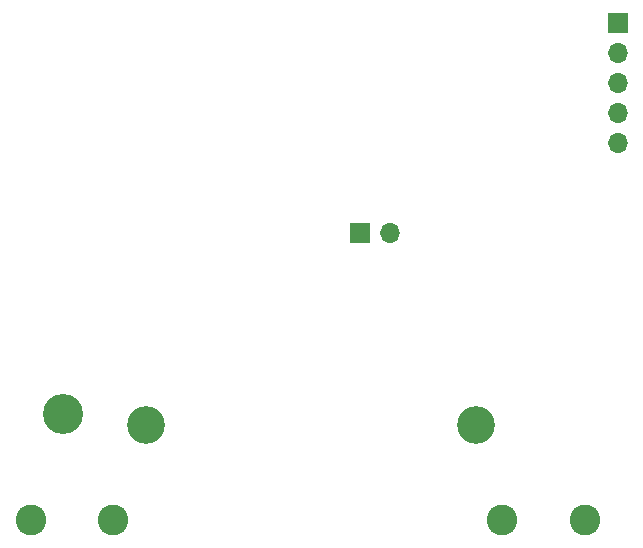
<source format=gbs>
%TF.GenerationSoftware,KiCad,Pcbnew,7.0.10*%
%TF.CreationDate,2025-01-21T12:55:57-05:00*%
%TF.ProjectId,PostAlertMailBoxV6,506f7374-416c-4657-9274-4d61696c426f,V4.0*%
%TF.SameCoordinates,Original*%
%TF.FileFunction,Soldermask,Bot*%
%TF.FilePolarity,Negative*%
%FSLAX46Y46*%
G04 Gerber Fmt 4.6, Leading zero omitted, Abs format (unit mm)*
G04 Created by KiCad (PCBNEW 7.0.10) date 2025-01-21 12:55:57*
%MOMM*%
%LPD*%
G01*
G04 APERTURE LIST*
%ADD10C,3.200000*%
%ADD11R,1.700000X1.700000*%
%ADD12O,1.700000X1.700000*%
%ADD13C,2.600000*%
%ADD14C,3.400000*%
G04 APERTURE END LIST*
D10*
%TO.C,REF\u002A\u002A*%
X163540000Y-108530000D03*
%TD*%
D11*
%TO.C,J1*%
X175514000Y-74422000D03*
D12*
X175514000Y-76962000D03*
X175514000Y-79502000D03*
X175514000Y-82042000D03*
X175514000Y-84582000D03*
%TD*%
D13*
%TO.C,J2*%
X172700000Y-116500000D03*
X165700000Y-116500000D03*
%TD*%
D11*
%TO.C,SW1*%
X153665000Y-92202000D03*
D12*
X156205000Y-92202000D03*
%TD*%
D10*
%TO.C,REF\u002A\u002A*%
X135540000Y-108530000D03*
%TD*%
D13*
%TO.C,J3*%
X125800000Y-116500000D03*
X132800000Y-116500000D03*
%TD*%
D14*
%TO.C,TP1*%
X128524000Y-107569000D03*
%TD*%
M02*

</source>
